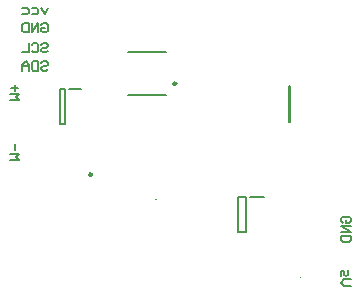
<source format=gbo>
G04*
G04 #@! TF.GenerationSoftware,Altium Limited,Altium Designer,23.6.0 (18)*
G04*
G04 Layer_Color=32896*
%FSLAX44Y44*%
%MOMM*%
G71*
G04*
G04 #@! TF.SameCoordinates,26645B5F-4E51-4842-B81F-BC902FA672D2*
G04*
G04*
G04 #@! TF.FilePolarity,Positive*
G04*
G01*
G75*
%ADD10C,0.2500*%
%ADD11C,0.1000*%
%ADD12C,0.2000*%
%ADD118C,0.2100*%
D10*
X153328Y235310D02*
G03*
X153328Y235310I-1250J0D01*
G01*
X81976Y158446D02*
G03*
X81976Y158446I-1250J0D01*
G01*
D11*
X258772Y71213D02*
G03*
X258772Y71213I-500J0D01*
G01*
D12*
X136007Y137458D02*
G03*
X136007Y137458I-597J0D01*
G01*
X248667Y202925D02*
X249607D01*
X248667D02*
Y232925D01*
X249607D01*
Y202925D02*
Y232925D01*
X112578Y262060D02*
X144578D01*
X112578Y225560D02*
X144578D01*
X54553Y230438D02*
X59053D01*
X54553Y201437D02*
Y230438D01*
Y201437D02*
X59053D01*
Y230438D01*
X62553Y230938D02*
X73053D01*
X215431Y139612D02*
X227431D01*
X211931Y110112D02*
Y139111D01*
X205931Y110112D02*
X211931D01*
X205931D02*
Y139111D01*
X211931D01*
D118*
X12377Y170761D02*
X20374D01*
X17708Y173427D01*
X20374Y176093D01*
X12377D01*
X16375Y178759D02*
Y184090D01*
X12377Y221140D02*
X20374D01*
X17708Y223806D01*
X20374Y226472D01*
X12377D01*
X16375Y229138D02*
Y234469D01*
X19041Y231803D02*
X13709D01*
X294321Y117400D02*
X292988Y118733D01*
Y121398D01*
X294321Y122732D01*
X299652D01*
X300985Y121398D01*
Y118733D01*
X299652Y117400D01*
X296986D01*
Y120066D01*
X300985Y114734D02*
X292988D01*
X300985Y109402D01*
X292988D01*
Y106737D02*
X300985D01*
Y102738D01*
X299652Y101405D01*
X294321D01*
X292988Y102738D01*
Y106737D01*
X300985Y64209D02*
X295653D01*
X292988Y66875D01*
X295653Y69541D01*
X300985D01*
X292988Y72207D02*
Y76206D01*
X294321Y77538D01*
X295653Y76206D01*
Y73540D01*
X296987Y72207D01*
X298319Y73540D01*
Y77538D01*
X39068Y252762D02*
X40401Y254095D01*
X43066D01*
X44399Y252762D01*
Y251429D01*
X43066Y250096D01*
X40401D01*
X39068Y248763D01*
Y247430D01*
X40401Y246097D01*
X43066D01*
X44399Y247430D01*
X36402Y254095D02*
Y246097D01*
X32403D01*
X31070Y247430D01*
Y252762D01*
X32403Y254095D01*
X36402D01*
X28405Y246097D02*
Y251429D01*
X25739Y254095D01*
X23073Y251429D01*
Y246097D01*
Y250096D01*
X28405D01*
X39068Y268386D02*
X40401Y269718D01*
X43066D01*
X44399Y268386D01*
Y267053D01*
X43066Y265720D01*
X40401D01*
X39068Y264387D01*
Y263054D01*
X40401Y261721D01*
X43066D01*
X44399Y263054D01*
X31070Y268386D02*
X32403Y269718D01*
X35069D01*
X36402Y268386D01*
Y263054D01*
X35069Y261721D01*
X32403D01*
X31070Y263054D01*
X28405Y269718D02*
Y261721D01*
X23073D01*
X39068Y285298D02*
X40401Y286631D01*
X43066D01*
X44399Y285298D01*
Y279966D01*
X43066Y278633D01*
X40401D01*
X39068Y279966D01*
Y282632D01*
X41733D01*
X36402Y278633D02*
Y286631D01*
X31070Y278633D01*
Y286631D01*
X28405D02*
Y278633D01*
X24406D01*
X23073Y279966D01*
Y285298D01*
X24406Y286631D01*
X28405D01*
X44399Y299428D02*
X41733Y294096D01*
X39068Y299428D01*
X31070D02*
X35069D01*
X36402Y298095D01*
Y295429D01*
X35069Y294096D01*
X31070D01*
X23073Y299428D02*
X27072D01*
X28405Y298095D01*
Y295429D01*
X27072Y294096D01*
X23073D01*
M02*

</source>
